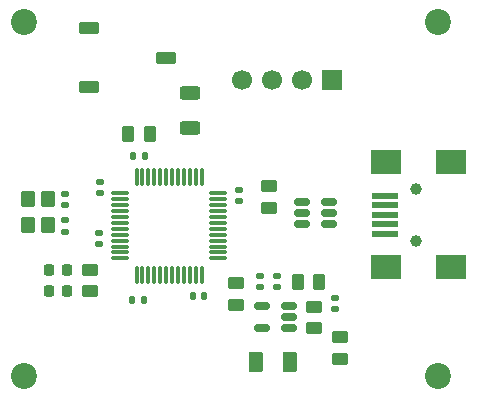
<source format=gts>
%TF.GenerationSoftware,KiCad,Pcbnew,9.0.5*%
%TF.CreationDate,2025-11-09T16:32:06+01:00*%
%TF.ProjectId,PTP,5054502e-6b69-4636-9164-5f7063625858,rev?*%
%TF.SameCoordinates,Original*%
%TF.FileFunction,Soldermask,Top*%
%TF.FilePolarity,Negative*%
%FSLAX46Y46*%
G04 Gerber Fmt 4.6, Leading zero omitted, Abs format (unit mm)*
G04 Created by KiCad (PCBNEW 9.0.5) date 2025-11-09 16:32:06*
%MOMM*%
%LPD*%
G01*
G04 APERTURE LIST*
G04 Aperture macros list*
%AMRoundRect*
0 Rectangle with rounded corners*
0 $1 Rounding radius*
0 $2 $3 $4 $5 $6 $7 $8 $9 X,Y pos of 4 corners*
0 Add a 4 corners polygon primitive as box body*
4,1,4,$2,$3,$4,$5,$6,$7,$8,$9,$2,$3,0*
0 Add four circle primitives for the rounded corners*
1,1,$1+$1,$2,$3*
1,1,$1+$1,$4,$5*
1,1,$1+$1,$6,$7*
1,1,$1+$1,$8,$9*
0 Add four rect primitives between the rounded corners*
20,1,$1+$1,$2,$3,$4,$5,0*
20,1,$1+$1,$4,$5,$6,$7,0*
20,1,$1+$1,$6,$7,$8,$9,0*
20,1,$1+$1,$8,$9,$2,$3,0*%
G04 Aperture macros list end*
%ADD10C,1.000000*%
%ADD11R,2.300000X0.500000*%
%ADD12R,2.299996X0.500000*%
%ADD13R,2.500000X2.000000*%
%ADD14R,2.500000X1.999992*%
%ADD15RoundRect,0.140000X0.170000X-0.140000X0.170000X0.140000X-0.170000X0.140000X-0.170000X-0.140000X0*%
%ADD16RoundRect,0.140000X-0.170000X0.140000X-0.170000X-0.140000X0.170000X-0.140000X0.170000X0.140000X0*%
%ADD17C,2.200000*%
%ADD18RoundRect,0.140000X0.140000X0.170000X-0.140000X0.170000X-0.140000X-0.170000X0.140000X-0.170000X0*%
%ADD19RoundRect,0.150000X0.512500X0.150000X-0.512500X0.150000X-0.512500X-0.150000X0.512500X-0.150000X0*%
%ADD20RoundRect,0.250000X0.450000X-0.262500X0.450000X0.262500X-0.450000X0.262500X-0.450000X-0.262500X0*%
%ADD21RoundRect,0.225000X0.225000X0.250000X-0.225000X0.250000X-0.225000X-0.250000X0.225000X-0.250000X0*%
%ADD22RoundRect,0.140000X-0.140000X-0.170000X0.140000X-0.170000X0.140000X0.170000X-0.140000X0.170000X0*%
%ADD23RoundRect,0.250000X-0.350000X0.450000X-0.350000X-0.450000X0.350000X-0.450000X0.350000X0.450000X0*%
%ADD24RoundRect,0.250000X-0.450000X0.262500X-0.450000X-0.262500X0.450000X-0.262500X0.450000X0.262500X0*%
%ADD25RoundRect,0.250000X-0.262500X-0.450000X0.262500X-0.450000X0.262500X0.450000X-0.262500X0.450000X0*%
%ADD26RoundRect,0.075000X-0.662500X-0.075000X0.662500X-0.075000X0.662500X0.075000X-0.662500X0.075000X0*%
%ADD27RoundRect,0.075000X-0.075000X-0.662500X0.075000X-0.662500X0.075000X0.662500X-0.075000X0.662500X0*%
%ADD28RoundRect,0.250000X0.375000X0.625000X-0.375000X0.625000X-0.375000X-0.625000X0.375000X-0.625000X0*%
%ADD29R,1.700000X1.700000*%
%ADD30C,1.700000*%
%ADD31RoundRect,0.250000X-0.625000X0.312500X-0.625000X-0.312500X0.625000X-0.312500X0.625000X0.312500X0*%
%ADD32RoundRect,0.050000X-0.800000X0.450000X-0.800000X-0.450000X0.800000X-0.450000X0.800000X0.450000X0*%
G04 APERTURE END LIST*
D10*
%TO.C,CON1*%
X223200000Y-118500000D03*
X223200000Y-114100000D03*
D11*
X220500000Y-117900000D03*
X220500000Y-117100000D03*
X220500000Y-116300000D03*
D12*
X220500002Y-115500000D03*
D11*
X220500000Y-114700000D03*
D13*
X220600000Y-120750000D03*
D14*
X226100000Y-120750000D03*
D13*
X220600000Y-111850000D03*
D14*
X226100000Y-111850000D03*
%TD*%
D15*
%TO.C,C11*%
X193450000Y-117730000D03*
X193450000Y-116770000D03*
%TD*%
D16*
%TO.C,C4*%
X208200000Y-114200000D03*
X208200000Y-115160000D03*
%TD*%
D15*
%TO.C,C15*%
X209912500Y-122460000D03*
X209912500Y-121500000D03*
%TD*%
D17*
%TO.C,H1*%
X190000000Y-100000000D03*
%TD*%
D18*
%TO.C,C9*%
X200110000Y-123500000D03*
X199150000Y-123500000D03*
%TD*%
D19*
%TO.C,U2*%
X215800000Y-117100000D03*
X215800000Y-116150000D03*
X215800000Y-115200000D03*
X213525000Y-115200000D03*
X213525000Y-116150000D03*
X213525000Y-117100000D03*
%TD*%
D20*
%TO.C,C16*%
X207912500Y-123912500D03*
X207912500Y-122087500D03*
%TD*%
%TO.C,R4*%
X216700000Y-128512500D03*
X216700000Y-126687500D03*
%TD*%
D21*
%TO.C,C8*%
X193600000Y-122787500D03*
X192050000Y-122787500D03*
%TD*%
D15*
%TO.C,C10*%
X193450000Y-115480000D03*
X193450000Y-114520000D03*
%TD*%
D22*
%TO.C,C2*%
X199240000Y-111300000D03*
X200200000Y-111300000D03*
%TD*%
D21*
%TO.C,C7*%
X193600000Y-121000000D03*
X192050000Y-121000000D03*
%TD*%
D18*
%TO.C,C5*%
X205200000Y-123200000D03*
X204240000Y-123200000D03*
%TD*%
D23*
%TO.C,Y1*%
X190300000Y-115000000D03*
X190300000Y-117200000D03*
X192000000Y-117200000D03*
X192000000Y-115000000D03*
%TD*%
D24*
%TO.C,R2*%
X210700000Y-113887500D03*
X210700000Y-115712500D03*
%TD*%
D25*
%TO.C,C1*%
X198787500Y-109500000D03*
X200612500Y-109500000D03*
%TD*%
D26*
%TO.C,U1*%
X198087500Y-114500000D03*
X198087500Y-115000000D03*
X198087500Y-115500000D03*
X198087500Y-116000000D03*
X198087500Y-116500000D03*
X198087500Y-117000000D03*
X198087500Y-117500000D03*
X198087500Y-118000000D03*
X198087500Y-118500000D03*
X198087500Y-119000000D03*
X198087500Y-119500000D03*
X198087500Y-120000000D03*
D27*
X199500000Y-121412500D03*
X200000000Y-121412500D03*
X200500000Y-121412500D03*
X201000000Y-121412500D03*
X201500000Y-121412500D03*
X202000000Y-121412500D03*
X202500000Y-121412500D03*
X203000000Y-121412500D03*
X203500000Y-121412500D03*
X204000000Y-121412500D03*
X204500000Y-121412500D03*
X205000000Y-121412500D03*
D26*
X206412500Y-120000000D03*
X206412500Y-119500000D03*
X206412500Y-119000000D03*
X206412500Y-118500000D03*
X206412500Y-118000000D03*
X206412500Y-117500000D03*
X206412500Y-117000000D03*
X206412500Y-116500000D03*
X206412500Y-116000000D03*
X206412500Y-115500000D03*
X206412500Y-115000000D03*
X206412500Y-114500000D03*
D27*
X205000000Y-113087500D03*
X204500000Y-113087500D03*
X204000000Y-113087500D03*
X203500000Y-113087500D03*
X203000000Y-113087500D03*
X202500000Y-113087500D03*
X202000000Y-113087500D03*
X201500000Y-113087500D03*
X201000000Y-113087500D03*
X200500000Y-113087500D03*
X200000000Y-113087500D03*
X199500000Y-113087500D03*
%TD*%
D15*
%TO.C,C6*%
X196300000Y-118780000D03*
X196300000Y-117820000D03*
%TD*%
D24*
%TO.C,C14*%
X214525000Y-124100000D03*
X214525000Y-125925000D03*
%TD*%
D28*
%TO.C,D1*%
X212450000Y-128800000D03*
X209650000Y-128800000D03*
%TD*%
D15*
%TO.C,C3*%
X196400000Y-114500000D03*
X196400000Y-113540000D03*
%TD*%
D29*
%TO.C,J1*%
X216080000Y-104900000D03*
D30*
X213540000Y-104900000D03*
X211000000Y-104900000D03*
X208460000Y-104900000D03*
%TD*%
D17*
%TO.C,H2*%
X225000000Y-100000000D03*
%TD*%
D19*
%TO.C,U3*%
X212412500Y-125900000D03*
X212412500Y-124950000D03*
X212412500Y-124000000D03*
X210137500Y-124000000D03*
X210137500Y-125900000D03*
%TD*%
D24*
%TO.C,FB1*%
X195600000Y-120975000D03*
X195600000Y-122800000D03*
%TD*%
D31*
%TO.C,R1*%
X204000000Y-106037500D03*
X204000000Y-108962500D03*
%TD*%
D25*
%TO.C,R3*%
X213162500Y-122000000D03*
X214987500Y-122000000D03*
%TD*%
D32*
%TO.C,SW1*%
X195500000Y-100500000D03*
X202000000Y-103000000D03*
X195500000Y-105500000D03*
%TD*%
D16*
%TO.C,C13*%
X216275000Y-123350000D03*
X216275000Y-124310000D03*
%TD*%
%TO.C,C12*%
X211412500Y-121500000D03*
X211412500Y-122460000D03*
%TD*%
D17*
%TO.C,H4*%
X190000000Y-130000000D03*
%TD*%
%TO.C,H3*%
X225000000Y-130000000D03*
%TD*%
M02*

</source>
